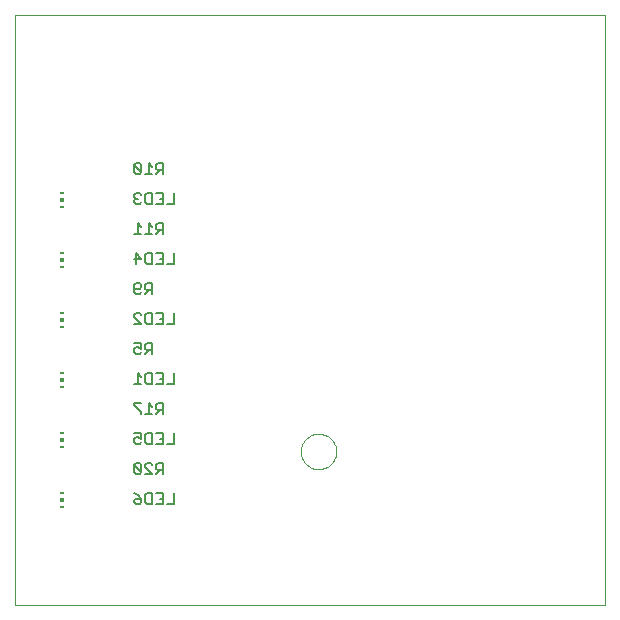
<source format=gbo>
G75*
G70*
%OFA0B0*%
%FSLAX24Y24*%
%IPPOS*%
%LPD*%
%AMOC8*
5,1,8,0,0,1.08239X$1,22.5*
%
%ADD10C,0.0000*%
%ADD11C,0.0050*%
%ADD12R,0.0118X0.0059*%
%ADD13R,0.0118X0.0118*%
D10*
X000655Y000655D02*
X000655Y020340D01*
X020340Y020340D01*
X020340Y000655D01*
X000655Y000655D01*
X010189Y005780D02*
X010191Y005828D01*
X010197Y005876D01*
X010207Y005923D01*
X010220Y005969D01*
X010238Y006014D01*
X010258Y006058D01*
X010283Y006100D01*
X010311Y006139D01*
X010341Y006176D01*
X010375Y006210D01*
X010412Y006242D01*
X010450Y006271D01*
X010491Y006296D01*
X010534Y006318D01*
X010579Y006336D01*
X010625Y006350D01*
X010672Y006361D01*
X010720Y006368D01*
X010768Y006371D01*
X010816Y006370D01*
X010864Y006365D01*
X010912Y006356D01*
X010958Y006344D01*
X011003Y006327D01*
X011047Y006307D01*
X011089Y006284D01*
X011129Y006257D01*
X011167Y006227D01*
X011202Y006194D01*
X011234Y006158D01*
X011264Y006120D01*
X011290Y006079D01*
X011312Y006036D01*
X011332Y005992D01*
X011347Y005947D01*
X011359Y005900D01*
X011367Y005852D01*
X011371Y005804D01*
X011371Y005756D01*
X011367Y005708D01*
X011359Y005660D01*
X011347Y005613D01*
X011332Y005568D01*
X011312Y005524D01*
X011290Y005481D01*
X011264Y005440D01*
X011234Y005402D01*
X011202Y005366D01*
X011167Y005333D01*
X011129Y005303D01*
X011089Y005276D01*
X011047Y005253D01*
X011003Y005233D01*
X010958Y005216D01*
X010912Y005204D01*
X010864Y005195D01*
X010816Y005190D01*
X010768Y005189D01*
X010720Y005192D01*
X010672Y005199D01*
X010625Y005210D01*
X010579Y005224D01*
X010534Y005242D01*
X010491Y005264D01*
X010450Y005289D01*
X010412Y005318D01*
X010375Y005350D01*
X010341Y005384D01*
X010311Y005421D01*
X010283Y005460D01*
X010258Y005502D01*
X010238Y005546D01*
X010220Y005591D01*
X010207Y005637D01*
X010197Y005684D01*
X010191Y005732D01*
X010189Y005780D01*
D11*
X005978Y006030D02*
X005745Y006030D01*
X005610Y006030D02*
X005377Y006030D01*
X005242Y006030D02*
X005067Y006030D01*
X005008Y006088D01*
X005008Y006322D01*
X005067Y006380D01*
X005242Y006380D01*
X005242Y006030D01*
X005493Y006205D02*
X005610Y006205D01*
X005610Y006380D02*
X005610Y006030D01*
X005610Y006380D02*
X005377Y006380D01*
X004873Y006380D02*
X004873Y006205D01*
X004757Y006264D01*
X004698Y006264D01*
X004640Y006205D01*
X004640Y006088D01*
X004698Y006030D01*
X004815Y006030D01*
X004873Y006088D01*
X004873Y006380D02*
X004640Y006380D01*
X004873Y007030D02*
X004873Y007088D01*
X004640Y007322D01*
X004640Y007380D01*
X004873Y007380D01*
X005125Y007380D02*
X005125Y007030D01*
X005242Y007030D02*
X005008Y007030D01*
X005242Y007264D02*
X005125Y007380D01*
X005377Y007322D02*
X005377Y007205D01*
X005435Y007147D01*
X005610Y007147D01*
X005493Y007147D02*
X005377Y007030D01*
X005610Y007030D02*
X005610Y007380D01*
X005435Y007380D01*
X005377Y007322D01*
X005377Y008030D02*
X005610Y008030D01*
X005610Y008380D01*
X005377Y008380D01*
X005242Y008380D02*
X005067Y008380D01*
X005008Y008322D01*
X005008Y008088D01*
X005067Y008030D01*
X005242Y008030D01*
X005242Y008380D01*
X005493Y008205D02*
X005610Y008205D01*
X005745Y008030D02*
X005978Y008030D01*
X005978Y008380D01*
X005242Y009030D02*
X005242Y009380D01*
X005067Y009380D01*
X005008Y009322D01*
X005008Y009205D01*
X005067Y009147D01*
X005242Y009147D01*
X005125Y009147D02*
X005008Y009030D01*
X004873Y009088D02*
X004815Y009030D01*
X004698Y009030D01*
X004640Y009088D01*
X004640Y009205D01*
X004698Y009264D01*
X004757Y009264D01*
X004873Y009205D01*
X004873Y009380D01*
X004640Y009380D01*
X004640Y010030D02*
X004873Y010030D01*
X004640Y010264D01*
X004640Y010322D01*
X004698Y010380D01*
X004815Y010380D01*
X004873Y010322D01*
X005008Y010322D02*
X005008Y010088D01*
X005067Y010030D01*
X005242Y010030D01*
X005242Y010380D01*
X005067Y010380D01*
X005008Y010322D01*
X005377Y010380D02*
X005610Y010380D01*
X005610Y010030D01*
X005377Y010030D01*
X005493Y010205D02*
X005610Y010205D01*
X005745Y010030D02*
X005978Y010030D01*
X005978Y010380D01*
X005242Y011030D02*
X005242Y011380D01*
X005067Y011380D01*
X005008Y011322D01*
X005008Y011205D01*
X005067Y011147D01*
X005242Y011147D01*
X005125Y011147D02*
X005008Y011030D01*
X004873Y011088D02*
X004815Y011030D01*
X004698Y011030D01*
X004640Y011088D01*
X004640Y011322D01*
X004698Y011380D01*
X004815Y011380D01*
X004873Y011322D01*
X004873Y011264D01*
X004815Y011205D01*
X004640Y011205D01*
X004698Y012030D02*
X004698Y012380D01*
X004873Y012205D01*
X004640Y012205D01*
X005008Y012088D02*
X005067Y012030D01*
X005242Y012030D01*
X005242Y012380D01*
X005067Y012380D01*
X005008Y012322D01*
X005008Y012088D01*
X005377Y012030D02*
X005610Y012030D01*
X005610Y012380D01*
X005377Y012380D01*
X005493Y012205D02*
X005610Y012205D01*
X005745Y012030D02*
X005978Y012030D01*
X005978Y012380D01*
X005610Y013030D02*
X005610Y013380D01*
X005435Y013380D01*
X005377Y013322D01*
X005377Y013205D01*
X005435Y013147D01*
X005610Y013147D01*
X005493Y013147D02*
X005377Y013030D01*
X005242Y013030D02*
X005008Y013030D01*
X005125Y013030D02*
X005125Y013380D01*
X005242Y013264D01*
X004873Y013264D02*
X004757Y013380D01*
X004757Y013030D01*
X004873Y013030D02*
X004640Y013030D01*
X004698Y014030D02*
X004815Y014030D01*
X004873Y014088D01*
X005008Y014088D02*
X005008Y014322D01*
X005067Y014380D01*
X005242Y014380D01*
X005242Y014030D01*
X005067Y014030D01*
X005008Y014088D01*
X004873Y014322D02*
X004815Y014380D01*
X004698Y014380D01*
X004640Y014322D01*
X004640Y014264D01*
X004698Y014205D01*
X004640Y014147D01*
X004640Y014088D01*
X004698Y014030D01*
X004698Y014205D02*
X004757Y014205D01*
X005377Y014030D02*
X005610Y014030D01*
X005610Y014380D01*
X005377Y014380D01*
X005493Y014205D02*
X005610Y014205D01*
X005745Y014030D02*
X005978Y014030D01*
X005978Y014380D01*
X005610Y015030D02*
X005610Y015380D01*
X005435Y015380D01*
X005377Y015322D01*
X005377Y015205D01*
X005435Y015147D01*
X005610Y015147D01*
X005493Y015147D02*
X005377Y015030D01*
X005242Y015030D02*
X005008Y015030D01*
X005125Y015030D02*
X005125Y015380D01*
X005242Y015264D01*
X004873Y015322D02*
X004873Y015088D01*
X004640Y015322D01*
X004640Y015088D01*
X004698Y015030D01*
X004815Y015030D01*
X004873Y015088D01*
X004873Y015322D02*
X004815Y015380D01*
X004698Y015380D01*
X004640Y015322D01*
X004757Y008380D02*
X004757Y008030D01*
X004873Y008030D02*
X004640Y008030D01*
X004873Y008264D02*
X004757Y008380D01*
X005978Y006380D02*
X005978Y006030D01*
X005610Y005380D02*
X005435Y005380D01*
X005377Y005322D01*
X005377Y005205D01*
X005435Y005147D01*
X005610Y005147D01*
X005493Y005147D02*
X005377Y005030D01*
X005242Y005030D02*
X005008Y005264D01*
X005008Y005322D01*
X005067Y005380D01*
X005183Y005380D01*
X005242Y005322D01*
X005242Y005030D02*
X005008Y005030D01*
X004873Y005088D02*
X004873Y005322D01*
X004815Y005380D01*
X004698Y005380D01*
X004640Y005322D01*
X004873Y005088D01*
X004815Y005030D01*
X004698Y005030D01*
X004640Y005088D01*
X004640Y005322D01*
X004640Y004380D02*
X004757Y004322D01*
X004873Y004205D01*
X004698Y004205D01*
X004640Y004147D01*
X004640Y004088D01*
X004698Y004030D01*
X004815Y004030D01*
X004873Y004088D01*
X004873Y004205D01*
X005008Y004088D02*
X005008Y004322D01*
X005067Y004380D01*
X005242Y004380D01*
X005242Y004030D01*
X005067Y004030D01*
X005008Y004088D01*
X005377Y004030D02*
X005610Y004030D01*
X005610Y004380D01*
X005377Y004380D01*
X005493Y004205D02*
X005610Y004205D01*
X005745Y004030D02*
X005978Y004030D01*
X005978Y004380D01*
X005610Y005030D02*
X005610Y005380D01*
D12*
X002214Y005919D03*
X002214Y006391D03*
X002214Y007919D03*
X002214Y008391D03*
X002214Y009919D03*
X002214Y010391D03*
X002214Y011919D03*
X002214Y012391D03*
X002214Y013919D03*
X002214Y014391D03*
X002214Y004391D03*
X002214Y003919D03*
D13*
X002214Y004155D03*
X002214Y006155D03*
X002214Y008155D03*
X002214Y010155D03*
X002214Y012155D03*
X002214Y014155D03*
M02*

</source>
